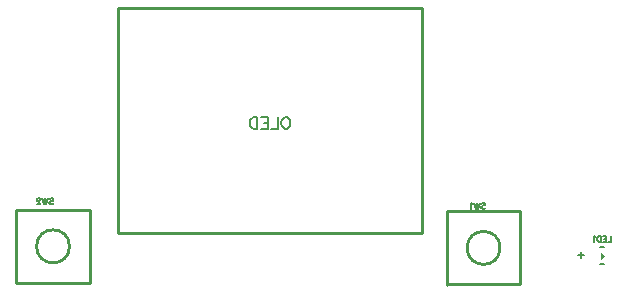
<source format=gbo>
G04 Layer: BottomSilkscreenLayer*
G04 EasyEDA v6.5.42, 2024-05-05 03:13:37*
G04 7250d8c6975e4c4d8f914fcb0e692275,b9277fd2045942759ab1a28cc0c323af,10*
G04 Gerber Generator version 0.2*
G04 Scale: 100 percent, Rotated: No, Reflected: No *
G04 Dimensions in millimeters *
G04 leading zeros omitted , absolute positions ,4 integer and 5 decimal *
%FSLAX45Y45*%
%MOMM*%

%ADD10C,0.2032*%
%ADD11C,0.1524*%
%ADD12C,0.2540*%
%ADD13C,0.1500*%

%LPD*%
D10*
X4913028Y6539809D02*
G01*
X4922118Y6535262D01*
X4931209Y6526171D01*
X4935753Y6517081D01*
X4940300Y6503446D01*
X4940300Y6480718D01*
X4935753Y6467081D01*
X4931209Y6457990D01*
X4922118Y6448899D01*
X4913028Y6444353D01*
X4894846Y6444353D01*
X4885753Y6448899D01*
X4876662Y6457990D01*
X4872118Y6467081D01*
X4867572Y6480718D01*
X4867572Y6503446D01*
X4872118Y6517081D01*
X4876662Y6526171D01*
X4885753Y6535262D01*
X4894846Y6539809D01*
X4913028Y6539809D01*
X4837572Y6539809D02*
G01*
X4837572Y6444353D01*
X4837572Y6444353D02*
G01*
X4783028Y6444353D01*
X4753028Y6539809D02*
G01*
X4753028Y6444353D01*
X4753028Y6539809D02*
G01*
X4693937Y6539809D01*
X4753028Y6494353D02*
G01*
X4716663Y6494353D01*
X4753028Y6444353D02*
G01*
X4693937Y6444353D01*
X4663937Y6539809D02*
G01*
X4663937Y6444353D01*
X4663937Y6539809D02*
G01*
X4632119Y6539809D01*
X4618481Y6535262D01*
X4609391Y6526171D01*
X4604847Y6517081D01*
X4600300Y6503446D01*
X4600300Y6480718D01*
X4604847Y6467081D01*
X4609391Y6457990D01*
X4618481Y6448899D01*
X4632119Y6444353D01*
X4663937Y6444353D01*
D11*
X7658100Y5536854D02*
G01*
X7658100Y5489127D01*
X7658100Y5489127D02*
G01*
X7630828Y5489127D01*
X7615826Y5536854D02*
G01*
X7615826Y5489127D01*
X7615826Y5536854D02*
G01*
X7586281Y5536854D01*
X7615826Y5514126D02*
G01*
X7597645Y5514126D01*
X7615826Y5489127D02*
G01*
X7586281Y5489127D01*
X7571282Y5536854D02*
G01*
X7571282Y5489127D01*
X7571282Y5536854D02*
G01*
X7555372Y5536854D01*
X7548554Y5534581D01*
X7544008Y5530037D01*
X7541737Y5525490D01*
X7539464Y5518673D01*
X7539464Y5507309D01*
X7541737Y5500491D01*
X7544008Y5495945D01*
X7548554Y5491398D01*
X7555372Y5489127D01*
X7571282Y5489127D01*
X7524462Y5527763D02*
G01*
X7519918Y5530037D01*
X7513099Y5536854D01*
X7513099Y5489127D01*
X6559481Y5809437D02*
G01*
X6564028Y5813981D01*
X6570845Y5816254D01*
X6579936Y5816254D01*
X6586753Y5813981D01*
X6591300Y5809437D01*
X6591300Y5804890D01*
X6589026Y5800346D01*
X6586753Y5798073D01*
X6582209Y5795799D01*
X6568572Y5791253D01*
X6564028Y5788982D01*
X6561754Y5786709D01*
X6559481Y5782162D01*
X6559481Y5775345D01*
X6564028Y5770798D01*
X6570845Y5768527D01*
X6579936Y5768527D01*
X6586753Y5770798D01*
X6591300Y5775345D01*
X6544482Y5816254D02*
G01*
X6533118Y5768527D01*
X6521754Y5816254D02*
G01*
X6533118Y5768527D01*
X6521754Y5816254D02*
G01*
X6510390Y5768527D01*
X6499026Y5816254D02*
G01*
X6510390Y5768527D01*
X6484028Y5807163D02*
G01*
X6479481Y5809437D01*
X6472664Y5816254D01*
X6472664Y5768527D01*
X2901881Y5847537D02*
G01*
X2906428Y5852081D01*
X2913245Y5854354D01*
X2922336Y5854354D01*
X2929153Y5852081D01*
X2933700Y5847537D01*
X2933700Y5842990D01*
X2931426Y5838446D01*
X2929153Y5836173D01*
X2924609Y5833899D01*
X2910972Y5829353D01*
X2906428Y5827082D01*
X2904154Y5824809D01*
X2901881Y5820262D01*
X2901881Y5813445D01*
X2906428Y5808898D01*
X2913245Y5806627D01*
X2922336Y5806627D01*
X2929153Y5808898D01*
X2933700Y5813445D01*
X2886882Y5854354D02*
G01*
X2875518Y5806627D01*
X2864154Y5854354D02*
G01*
X2875518Y5806627D01*
X2864154Y5854354D02*
G01*
X2852790Y5806627D01*
X2841426Y5854354D02*
G01*
X2852790Y5806627D01*
X2824154Y5842990D02*
G01*
X2824154Y5845263D01*
X2821881Y5849807D01*
X2819608Y5852081D01*
X2815064Y5854354D01*
X2805973Y5854354D01*
X2801426Y5852081D01*
X2799153Y5849807D01*
X2796882Y5845263D01*
X2796882Y5840717D01*
X2799153Y5836173D01*
X2803700Y5829353D01*
X2826428Y5806627D01*
X2794609Y5806627D01*
G36*
X7568895Y5403088D02*
G01*
X7568895Y5328107D01*
X7608925Y5368086D01*
G37*
D12*
X3479800Y5562600D02*
G01*
X3479800Y7467600D01*
X6057900Y7467600D01*
X6057900Y5562600D01*
X3479800Y5562600D01*
D13*
X7404100Y5397500D02*
G01*
X7404100Y5346700D01*
X7378700Y5372100D02*
G01*
X7429500Y5372100D01*
D11*
X7600873Y5447101D02*
G01*
X7562941Y5447101D01*
X7600861Y5297098D02*
G01*
X7563015Y5297098D01*
D12*
X6888606Y5745606D02*
G01*
X6268593Y5745606D01*
X6268465Y5125465D02*
G01*
X6268465Y5745479D01*
X6268593Y5125593D02*
G01*
X6888606Y5125593D01*
X6888606Y5745606D02*
G01*
X6888606Y5125593D01*
X3243706Y5758306D02*
G01*
X2623693Y5758306D01*
X2623565Y5138165D02*
G01*
X2623565Y5758179D01*
X2623693Y5138293D02*
G01*
X3243706Y5138293D01*
X3243706Y5758306D02*
G01*
X3243706Y5138293D01*
G75*
G01
X6718300Y5435600D02*
G03X6718300Y5435600I-139700J0D01*
G75*
G01
X3073400Y5448300D02*
G03X3073400Y5448300I-139700J0D01*
M02*

</source>
